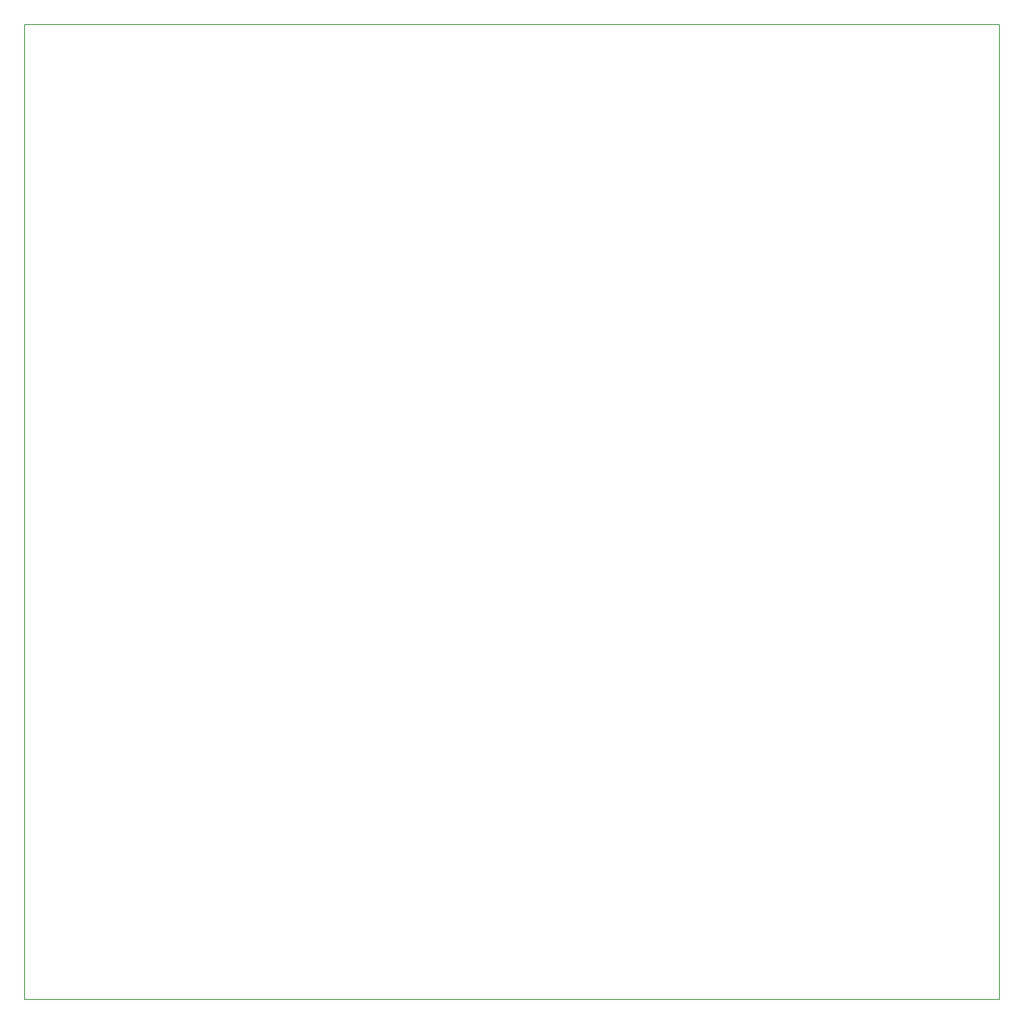
<source format=gko>
G04 DipTrace 2.4.0.2*
%IN144xAPA102Cx16mm.gko*%
%MOMM*%
%ADD11C,0.14*%
%FSLAX53Y53*%
G04*
G71*
G90*
G75*
G01*
%LNBoardOutline*%
%LPD*%
X10000Y10000D2*
D11*
Y205000D1*
X205000D1*
Y10000D1*
X10000D1*
M02*

</source>
